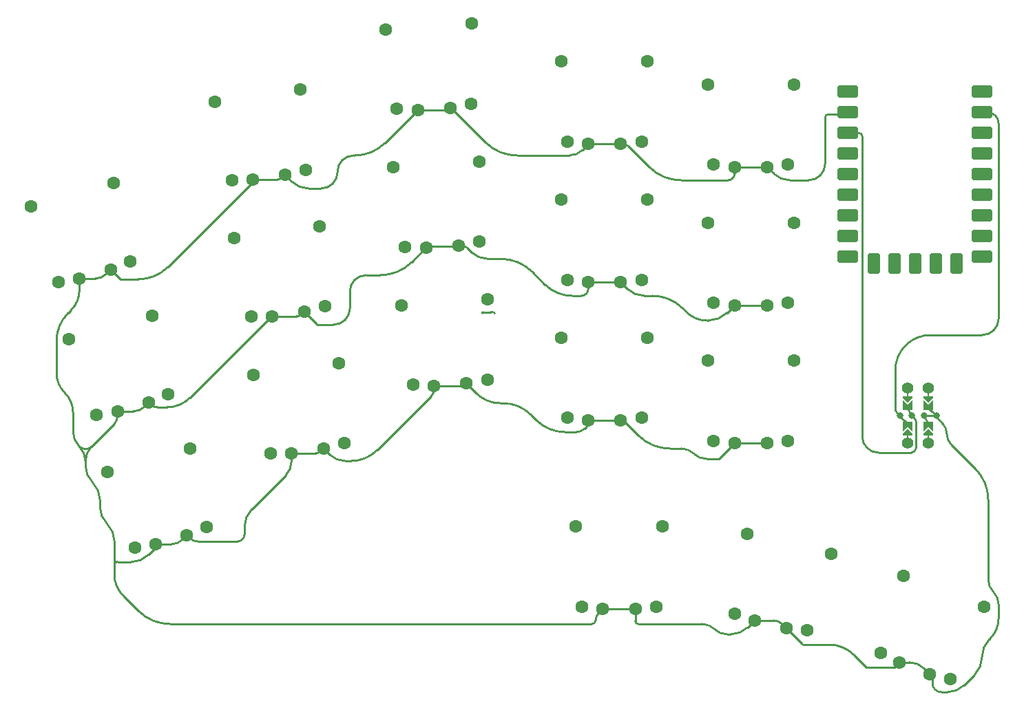
<source format=gbr>
%TF.GenerationSoftware,KiCad,Pcbnew,7.0.10*%
%TF.CreationDate,2024-01-08T12:38:43-05:00*%
%TF.ProjectId,mini,6d696e69-2e6b-4696-9361-645f70636258,2*%
%TF.SameCoordinates,Original*%
%TF.FileFunction,Copper,L2,Bot*%
%TF.FilePolarity,Positive*%
%FSLAX46Y46*%
G04 Gerber Fmt 4.6, Leading zero omitted, Abs format (unit mm)*
G04 Created by KiCad (PCBNEW 7.0.10) date 2024-01-08 12:38:43*
%MOMM*%
%LPD*%
G01*
G04 APERTURE LIST*
G04 Aperture macros list*
%AMRoundRect*
0 Rectangle with rounded corners*
0 $1 Rounding radius*
0 $2 $3 $4 $5 $6 $7 $8 $9 X,Y pos of 4 corners*
0 Add a 4 corners polygon primitive as box body*
4,1,4,$2,$3,$4,$5,$6,$7,$8,$9,$2,$3,0*
0 Add four circle primitives for the rounded corners*
1,1,$1+$1,$2,$3*
1,1,$1+$1,$4,$5*
1,1,$1+$1,$6,$7*
1,1,$1+$1,$8,$9*
0 Add four rect primitives between the rounded corners*
20,1,$1+$1,$2,$3,$4,$5,0*
20,1,$1+$1,$4,$5,$6,$7,0*
20,1,$1+$1,$6,$7,$8,$9,0*
20,1,$1+$1,$8,$9,$2,$3,0*%
%AMFreePoly0*
4,1,5,0.125000,-0.500000,-0.125000,-0.500000,-0.125000,0.500000,0.125000,0.500000,0.125000,-0.500000,0.125000,-0.500000,$1*%
%AMFreePoly1*
4,1,6,0.600000,-0.200000,0.600000,-0.400000,-0.600000,-0.400000,-0.600000,-0.200000,0.000000,0.400000,0.600000,-0.200000,0.600000,-0.200000,$1*%
%AMFreePoly2*
4,1,33,1.058100,1.100668,1.100762,1.044626,1.106353,0.974415,1.073098,0.912327,0.089098,-0.087673,0.063892,-0.106860,0.062500,-0.108253,0.061826,-0.108433,0.060789,-0.109224,0.048591,-0.111979,0.000000,-0.125000,-0.004126,-0.123894,-0.007912,-0.124750,-0.027410,-0.117655,-0.062500,-0.108253,-0.067789,-0.102963,-0.074101,-0.100668,-0.086901,-0.083851,-0.108253,-0.062500,-0.111021,-0.052167,
-0.116763,-0.044626,-0.118336,-0.024869,-0.125000,0.000000,-0.121389,0.013475,-0.122354,0.025585,-0.113931,0.041308,-0.108253,0.062500,-0.096037,0.074715,-0.089098,0.087673,0.894901,1.087672,0.923211,1.109223,0.991911,1.124750,1.058100,1.100668,1.058100,1.100668,$1*%
%AMFreePoly3*
4,1,6,0.600000,-1.000000,0.000000,-0.400000,-0.600000,-1.000000,-0.600000,0.250000,0.600000,0.250000,0.600000,-1.000000,0.600000,-1.000000,$1*%
%AMFreePoly4*
4,1,31,1.031138,0.615772,1.086246,0.571908,1.108891,0.505215,1.091884,0.436865,1.040625,0.388561,0.056625,-0.111439,0.022935,-0.122878,0.012042,-0.121773,0.000000,-0.125000,-0.026712,-0.117842,-0.047138,-0.115772,-0.053580,-0.110642,-0.062500,-0.108253,-0.085581,-0.085171,-0.102246,-0.071908,-0.103993,-0.066759,-0.108253,-0.062500,-0.118782,-0.023203,-0.124891,-0.005215,-0.124270,-0.002722,
-0.125000,0.000000,-0.108253,0.062500,-0.107972,0.062780,-0.107885,0.063135,-0.103271,0.067481,-0.062500,0.108253,-0.059013,0.109187,-0.056625,0.111439,0.927374,0.611438,0.961064,0.622878,1.031138,0.615772,1.031138,0.615772,$1*%
G04 Aperture macros list end*
%TA.AperFunction,ComponentPad*%
%ADD10C,1.600000*%
%TD*%
%TA.AperFunction,ComponentPad*%
%ADD11C,1.400000*%
%TD*%
%TA.AperFunction,SMDPad,CuDef*%
%ADD12FreePoly0,180.000000*%
%TD*%
%TA.AperFunction,SMDPad,CuDef*%
%ADD13FreePoly1,180.000000*%
%TD*%
%TA.AperFunction,SMDPad,CuDef*%
%ADD14FreePoly1,0.000000*%
%TD*%
%TA.AperFunction,SMDPad,CuDef*%
%ADD15FreePoly0,0.000000*%
%TD*%
%TA.AperFunction,SMDPad,CuDef*%
%ADD16FreePoly2,270.000000*%
%TD*%
%TA.AperFunction,SMDPad,CuDef*%
%ADD17FreePoly3,180.000000*%
%TD*%
%TA.AperFunction,ComponentPad*%
%ADD18C,0.800000*%
%TD*%
%TA.AperFunction,SMDPad,CuDef*%
%ADD19FreePoly4,90.000000*%
%TD*%
%TA.AperFunction,SMDPad,CuDef*%
%ADD20FreePoly3,0.000000*%
%TD*%
%TA.AperFunction,SMDPad,CuDef*%
%ADD21FreePoly4,270.000000*%
%TD*%
%TA.AperFunction,SMDPad,CuDef*%
%ADD22FreePoly2,90.000000*%
%TD*%
%TA.AperFunction,ComponentPad*%
%ADD23RoundRect,0.400000X-0.900000X-0.400000X0.900000X-0.400000X0.900000X0.400000X-0.900000X0.400000X0*%
%TD*%
%TA.AperFunction,ComponentPad*%
%ADD24RoundRect,0.400050X-0.899950X-0.400050X0.899950X-0.400050X0.899950X0.400050X-0.899950X0.400050X0*%
%TD*%
%TA.AperFunction,ComponentPad*%
%ADD25RoundRect,0.400000X-0.400000X-0.900000X0.400000X-0.900000X0.400000X0.900000X-0.400000X0.900000X0*%
%TD*%
%TA.AperFunction,ComponentPad*%
%ADD26RoundRect,0.393700X-0.393700X-0.906300X0.393700X-0.906300X0.393700X0.906300X-0.393700X0.906300X0*%
%TD*%
%TA.AperFunction,Conductor*%
%ADD27C,0.250000*%
%TD*%
G04 APERTURE END LIST*
D10*
%TO.P,S8,1*%
%TO.N,GP12*%
X130209355Y-69165157D03*
X139347041Y-68526188D03*
%TO.P,S8,2*%
%TO.N,GND*%
X132803997Y-69284455D03*
X136794253Y-69005429D03*
%TO.P,S8,3*%
%TO.N,N/C*%
X139378186Y-58649957D03*
%TO.P,S8,4*%
X128804007Y-59389376D03*
%TD*%
D11*
%TO.P,AdamTech-MDJ004FS1,*%
%TO.N,*%
X194546574Y-86533756D03*
X192046574Y-86533756D03*
D12*
X194546574Y-87425756D03*
X192046574Y-87425756D03*
D13*
X194546574Y-87933756D03*
X192046574Y-87933756D03*
D14*
X192054574Y-91925756D03*
X194546574Y-91933756D03*
D15*
X192054574Y-92433756D03*
X194546574Y-92441756D03*
D11*
X194546574Y-93333756D03*
X192046574Y-93333756D03*
D16*
%TO.P,AdamTech-MDJ004FS1,3*%
%TO.N,GND*%
X194546574Y-88949756D03*
D17*
%TO.N,N/C*%
X194546574Y-88949756D03*
D18*
%TO.N,GND*%
X195546574Y-89933756D03*
%TO.P,AdamTech-MDJ004FS1,5*%
X194046574Y-89933756D03*
D19*
X194546574Y-90917756D03*
D20*
%TO.N,N/C*%
X194546574Y-90917756D03*
D21*
%TO.P,AdamTech-MDJ004FS1,6*%
%TO.N,P3V3*%
X192046574Y-88949756D03*
D17*
%TO.N,N/C*%
X192046574Y-88949756D03*
D18*
%TO.N,P3V3*%
X192546574Y-89933756D03*
%TO.P,AdamTech-MDJ004FS1,8*%
%TO.N,GP1*%
X191046574Y-89933756D03*
D22*
X192054574Y-90909756D03*
D20*
%TO.N,N/C*%
X192054574Y-90909756D03*
%TD*%
D10*
%TO.P,S17,1*%
%TO.N,GP6*%
X170736709Y-114272768D03*
X179661939Y-116333319D03*
%TO.P,S17,2*%
%TO.N,GND*%
X173183098Y-115145452D03*
X177080578Y-116045256D03*
%TO.P,S17,3*%
%TO.N,N/C*%
X182579253Y-106897739D03*
%TO.P,S17,4*%
X172250930Y-104513258D03*
%TD*%
%TO.P,S7,1*%
%TO.N,GP5*%
X131195702Y-86137698D03*
X140333388Y-85498729D03*
%TO.P,S7,2*%
%TO.N,GND*%
X133790344Y-86256996D03*
X137780600Y-85977970D03*
%TO.P,S7,3*%
%TO.N,N/C*%
X140364533Y-75622498D03*
%TO.P,S7,4*%
X129790354Y-76361917D03*
%TD*%
%TO.P,S4,1*%
%TO.N,GP4*%
X113662503Y-94603448D03*
X122733359Y-93328622D03*
%TO.P,S4,2*%
%TO.N,GND*%
X116259147Y-94541462D03*
X120220219Y-93984769D03*
%TO.P,S4,3*%
%TO.N,N/C*%
X122075497Y-83474277D03*
%TO.P,S4,4*%
X111578655Y-84949512D03*
%TD*%
%TO.P,S14,1*%
%TO.N,GP14*%
X168166574Y-76033756D03*
X177326574Y-76033756D03*
%TO.P,S14,2*%
%TO.N,GND*%
X170746574Y-76333756D03*
X174746574Y-76333756D03*
%TO.P,S14,3*%
%TO.N,N/C*%
X178046574Y-66183756D03*
%TO.P,S14,4*%
X167446574Y-66183756D03*
%TD*%
%TO.P,S11,1*%
%TO.N,GP13*%
X150166574Y-73200423D03*
X159326574Y-73200423D03*
%TO.P,S11,2*%
%TO.N,GND*%
X152746574Y-73500423D03*
X156746574Y-73500423D03*
%TO.P,S11,3*%
%TO.N,N/C*%
X160046574Y-63350423D03*
%TO.P,S11,4*%
X149446574Y-63350423D03*
%TD*%
%TO.P,S3,1*%
%TO.N,GP15*%
X87631502Y-73481956D03*
X96436659Y-70957118D03*
%TO.P,S3,2*%
%TO.N,GND*%
X90194248Y-73059190D03*
X94039295Y-71956640D03*
%TO.P,S3,3*%
%TO.N,N/C*%
X94413740Y-61290231D03*
%TO.P,S3,4*%
X84224366Y-64211987D03*
%TD*%
%TO.P,S2,1*%
%TO.N,GP10*%
X92317337Y-89823405D03*
X101122494Y-87298567D03*
%TO.P,S2,2*%
%TO.N,GND*%
X94880083Y-89400639D03*
X98725130Y-88298089D03*
%TO.P,S2,3*%
%TO.N,N/C*%
X99099575Y-77631680D03*
%TO.P,S2,4*%
X88910201Y-80553436D03*
%TD*%
%TO.P,S10,1*%
%TO.N,GP8*%
X150166574Y-90200423D03*
X159326574Y-90200423D03*
%TO.P,S10,2*%
%TO.N,GND*%
X152746574Y-90500423D03*
X156746574Y-90500423D03*
%TO.P,S10,3*%
%TO.N,N/C*%
X160046574Y-80350423D03*
%TO.P,S10,4*%
X149446574Y-80350423D03*
%TD*%
%TO.P,S13,1*%
%TO.N,GP9*%
X168166574Y-93033756D03*
X177326574Y-93033756D03*
%TO.P,S13,2*%
%TO.N,GND*%
X170746574Y-93333756D03*
X174746574Y-93333756D03*
%TO.P,S13,3*%
%TO.N,N/C*%
X178046574Y-83183756D03*
%TO.P,S13,4*%
X167446574Y-83183756D03*
%TD*%
D23*
%TO.P,RP2040Zero1,1*%
%TO.N,GP0*%
X201126574Y-50073756D03*
X201126574Y-50073756D03*
%TO.P,RP2040Zero1,2*%
%TO.N,GP1*%
X201126574Y-52613756D03*
X201126574Y-52613756D03*
%TO.P,RP2040Zero1,3*%
%TO.N,GP2*%
X201126574Y-55153756D03*
X201126574Y-55153756D03*
%TO.P,RP2040Zero1,4*%
%TO.N,GP3*%
X201126574Y-57693756D03*
X201126574Y-57693756D03*
%TO.P,RP2040Zero1,5*%
%TO.N,GP4*%
X201126574Y-60233756D03*
X201126574Y-60233756D03*
D24*
%TO.P,RP2040Zero1,6*%
%TO.N,GP5*%
X201126574Y-62773756D03*
X201126574Y-62773756D03*
%TO.P,RP2040Zero1,7*%
%TO.N,GP6*%
X201126574Y-65313756D03*
X201126574Y-65313756D03*
%TO.P,RP2040Zero1,8*%
%TO.N,GP7*%
X201126574Y-67853756D03*
X201126574Y-67853756D03*
%TO.P,RP2040Zero1,9*%
%TO.N,GP8*%
X201126574Y-70393756D03*
X201126574Y-70393756D03*
D25*
%TO.P,RP2040Zero1,10*%
%TO.N,GP9*%
X197986574Y-71203756D03*
X197986574Y-71203756D03*
D26*
%TO.P,RP2040Zero1,11*%
%TO.N,GP10*%
X195446574Y-71203756D03*
X195446574Y-71203756D03*
%TO.P,RP2040Zero1,12*%
%TO.N,GP11*%
X192906574Y-71203756D03*
X192906574Y-71203756D03*
%TO.P,RP2040Zero1,13*%
%TO.N,GP12*%
X190366574Y-71203756D03*
X190366574Y-71203756D03*
%TO.P,RP2040Zero1,14*%
%TO.N,GP13*%
X187826574Y-71203756D03*
X187826574Y-71203756D03*
D24*
%TO.P,RP2040Zero1,15*%
%TO.N,GP14*%
X184686574Y-70393756D03*
X184686574Y-70393756D03*
%TO.P,RP2040Zero1,16*%
%TO.N,GP15*%
X184686574Y-67853756D03*
X184686574Y-67853756D03*
%TO.P,RP2040Zero1,17*%
%TO.N,GP26*%
X184686574Y-65313756D03*
X184686574Y-65313756D03*
%TO.P,RP2040Zero1,18*%
%TO.N,GP27*%
X184686574Y-62773756D03*
X184686574Y-62773756D03*
%TO.P,RP2040Zero1,19*%
%TO.N,P5V*%
X184686574Y-50073756D03*
X184686574Y-50073756D03*
%TO.P,RP2040Zero1,20*%
%TO.N,GND*%
X184686574Y-52613756D03*
X184686574Y-52613756D03*
%TO.P,RP2040Zero1,21*%
%TO.N,P3V3*%
X184686574Y-55153756D03*
X184686574Y-55153756D03*
%TO.P,RP2040Zero1,22*%
%TO.N,GP28*%
X184686574Y-60233756D03*
X184686574Y-60233756D03*
%TO.P,RP2040Zero1,23*%
%TO.N,GP29*%
X184686574Y-57693756D03*
X184686574Y-57693756D03*
%TD*%
D10*
%TO.P,S16,1*%
%TO.N,GP7*%
X151966574Y-113433756D03*
X161126574Y-113433756D03*
%TO.P,S16,2*%
%TO.N,GND*%
X154546574Y-113733756D03*
X158546574Y-113733756D03*
%TO.P,S16,3*%
%TO.N,N/C*%
X161846574Y-103583756D03*
%TO.P,S16,4*%
X151246574Y-103583756D03*
%TD*%
%TO.P,S9,1*%
%TO.N,GP27*%
X129223007Y-52192617D03*
X138360693Y-51553648D03*
%TO.P,S9,2*%
%TO.N,GND*%
X131817649Y-52311915D03*
X135807905Y-52032889D03*
%TO.P,S9,3*%
%TO.N,N/C*%
X138391838Y-41677417D03*
%TO.P,S9,4*%
X127817659Y-42416836D03*
%TD*%
%TO.P,S18,1*%
%TO.N,GP2*%
X188682114Y-119091064D03*
X197233711Y-122373714D03*
%TO.P,S18,2*%
%TO.N,GND*%
X190983241Y-120295727D03*
X194717563Y-121729199D03*
%TO.P,S18,3*%
%TO.N,N/C*%
X201435813Y-113435972D03*
%TO.P,S18,4*%
X191539860Y-109637272D03*
%TD*%
%TO.P,S15,1*%
%TO.N,GP29*%
X168166574Y-59033756D03*
X177326574Y-59033756D03*
%TO.P,S15,2*%
%TO.N,GND*%
X170746574Y-59333756D03*
X174746574Y-59333756D03*
%TO.P,S15,3*%
%TO.N,N/C*%
X178046574Y-49183756D03*
%TO.P,S15,4*%
X167446574Y-49183756D03*
%TD*%
%TO.P,S1,1*%
%TO.N,GP3*%
X97003172Y-106164854D03*
X105808329Y-103640016D03*
%TO.P,S1,2*%
%TO.N,GND*%
X99565918Y-105742088D03*
X103410965Y-104639538D03*
%TO.P,S1,3*%
%TO.N,N/C*%
X103785410Y-93973129D03*
%TO.P,S1,4*%
X93596036Y-96894885D03*
%TD*%
%TO.P,S5,1*%
%TO.N,GP11*%
X111296560Y-77768891D03*
X120367416Y-76494065D03*
%TO.P,S5,2*%
%TO.N,GND*%
X113893204Y-77706905D03*
X117854276Y-77150212D03*
%TO.P,S5,3*%
%TO.N,N/C*%
X119709554Y-66639720D03*
%TO.P,S5,4*%
X109212712Y-68114955D03*
%TD*%
%TO.P,S12,1*%
%TO.N,GP28*%
X150166574Y-56200423D03*
X159326574Y-56200423D03*
%TO.P,S12,2*%
%TO.N,GND*%
X152746574Y-56500423D03*
X156746574Y-56500423D03*
%TO.P,S12,3*%
%TO.N,N/C*%
X160046574Y-46350423D03*
%TO.P,S12,4*%
X149446574Y-46350423D03*
%TD*%
%TO.P,S6,1*%
%TO.N,GP26*%
X108930617Y-60934333D03*
X118001473Y-59659507D03*
%TO.P,S6,2*%
%TO.N,GND*%
X111527261Y-60872347D03*
X115488333Y-60315654D03*
%TO.P,S6,3*%
%TO.N,N/C*%
X117343611Y-49805162D03*
%TO.P,S6,4*%
X106846769Y-51280397D03*
%TD*%
D27*
%TO.N,*%
X140809442Y-77189502D02*
X139830246Y-77189502D01*
X141120089Y-77232294D02*
X141182611Y-77286644D01*
X139728449Y-77231668D02*
X139686283Y-77273834D01*
X140809442Y-77189502D02*
G75*
G03*
X140974926Y-77183721I-42J2372802D01*
G01*
X139830246Y-77189546D02*
G75*
G03*
X139728450Y-77231669I-46J-143954D01*
G01*
X141120094Y-77232288D02*
G75*
G03*
X140974926Y-77183723I-131194J-150912D01*
G01*
%TO.N,GND*%
X136653295Y-69088000D02*
X133139366Y-69088000D01*
X116259147Y-94541462D02*
X116259147Y-95567157D01*
X181864000Y-53265605D02*
X181864000Y-58960001D01*
X200269974Y-121802025D02*
X198973124Y-123098875D01*
X109622789Y-105410000D02*
X104726225Y-105410000D01*
X113935258Y-77706905D02*
X113851149Y-77706905D01*
X160289282Y-59366207D02*
X157662826Y-56739751D01*
X111413985Y-61306014D02*
X101089218Y-71630781D01*
X90932000Y-96024764D02*
X90932000Y-95565630D01*
X150780699Y-75184000D02*
X151904785Y-75184000D01*
X170746574Y-93333756D02*
X174746574Y-93333756D01*
X89408000Y-89574840D02*
X89408000Y-91886369D01*
X113779357Y-77736642D02*
X103778822Y-87737177D01*
X89182179Y-76933820D02*
X88785124Y-77330876D01*
X101528794Y-105742088D02*
X99781915Y-105742088D01*
X137920113Y-86117483D02*
X138987615Y-87184985D01*
X175544516Y-115145452D02*
X173183098Y-115145452D01*
X115533870Y-97318129D02*
X111388025Y-101463974D01*
X135331577Y-52311915D02*
X131817649Y-52311915D01*
X185420000Y-119380000D02*
X186944000Y-120904000D01*
X176630676Y-115595354D02*
X177080578Y-116045256D01*
X156897498Y-90500423D02*
X156595649Y-90500423D01*
X94488000Y-107569000D02*
X94488000Y-105397235D01*
X94880083Y-89970278D02*
X94880083Y-89400639D01*
X164201974Y-93980000D02*
X162781963Y-93980000D01*
X95565630Y-112075630D02*
X97466207Y-113976207D01*
X179864001Y-60960000D02*
X177522746Y-60960000D01*
X152746574Y-74342211D02*
X152746574Y-73500423D01*
X111687457Y-60872347D02*
X114537998Y-60872347D01*
X94488000Y-108331000D02*
X94488000Y-107569000D01*
X125443998Y-72644000D02*
X127190488Y-72644000D01*
X90194248Y-73059190D02*
X92157124Y-73059190D01*
X98173854Y-88849363D02*
X98424174Y-88599044D01*
X121920000Y-59911998D02*
X121920000Y-59976001D01*
X172335824Y-115992726D02*
X173183098Y-115145452D01*
X132705769Y-69382682D02*
X131038244Y-71050207D01*
X102859690Y-105190813D02*
X103025734Y-105024769D01*
X200336207Y-96450207D02*
X197388815Y-93502815D01*
X203200000Y-113166025D02*
X203200000Y-114895159D01*
X90194248Y-74490471D02*
X90194248Y-73059190D01*
X110490000Y-104542789D02*
X110490000Y-103632000D01*
X157085036Y-56500423D02*
X156408112Y-56500423D01*
X186944000Y-120904000D02*
X190374968Y-120904000D01*
X194540344Y-121551980D02*
X194894781Y-121906417D01*
X95631000Y-107950000D02*
X96534236Y-107950000D01*
X170290323Y-116840000D02*
X169808025Y-116840000D01*
X151287724Y-91948000D02*
X149860000Y-91948000D01*
X158934207Y-92386207D02*
X157155142Y-90607142D01*
X145713567Y-89833567D02*
X146391159Y-90511159D01*
X152319286Y-91520712D02*
X152536915Y-91303084D01*
X196311184Y-90901184D02*
X195618280Y-90208280D01*
X185177452Y-52722878D02*
X185286574Y-52613756D01*
X192270473Y-120295727D02*
X190983241Y-120295727D01*
X156595649Y-90500423D02*
X153043075Y-90500423D01*
X120498565Y-94263115D02*
X120979834Y-94744384D01*
X158546574Y-113733756D02*
X158546574Y-115222730D01*
X123444000Y-74643998D02*
X123444000Y-76740001D01*
X156408112Y-56500423D02*
X152771075Y-56500423D01*
X123919998Y-57912000D02*
X124068782Y-57912000D01*
X115766679Y-60594000D02*
X116318506Y-61145827D01*
X98677958Y-107062040D02*
X99413185Y-106326814D01*
X195072000Y-122867987D02*
X195072000Y-122334260D01*
X137865151Y-69285151D02*
X138403302Y-69823302D01*
X119357349Y-78653285D02*
X118132622Y-77428558D01*
X201930000Y-100297963D02*
X201930000Y-110099974D01*
X113935258Y-77706905D02*
X116903941Y-77706905D01*
X94477287Y-90942712D02*
X91694000Y-93726000D01*
X158546574Y-113733756D02*
X155166405Y-113733756D01*
X164338000Y-76708000D02*
X164806172Y-77176172D01*
X190374968Y-120904000D02*
X190983241Y-120295727D01*
X195445165Y-89933756D02*
X194046574Y-89933756D01*
X157588362Y-74342211D02*
X156746574Y-73500423D01*
X132902224Y-69186227D02*
X132705769Y-69382682D01*
X137189841Y-69005429D02*
X136852639Y-69005429D01*
X91694000Y-93726000D02*
X93345000Y-92075000D01*
X194000827Y-121012463D02*
X194540344Y-121551980D01*
X154108286Y-114172042D02*
X154009294Y-114271035D01*
X177080578Y-116045256D02*
X179043369Y-118008047D01*
X95631000Y-107950000D02*
X94869000Y-107950000D01*
X170746574Y-59333756D02*
X174746574Y-59333756D01*
X94488000Y-109474000D02*
X94488000Y-108331000D01*
X168938167Y-95142162D02*
X170746574Y-93333756D01*
X142018036Y-70641176D02*
X140377823Y-70641176D01*
X156746574Y-73500423D02*
X152746574Y-73500423D01*
X92710000Y-101104764D02*
X92710000Y-100317235D01*
X179107661Y-118110000D02*
X182353948Y-118110000D01*
X96842959Y-89400639D02*
X94880083Y-89400639D01*
X119269884Y-94541462D02*
X116259147Y-94541462D01*
X118322720Y-61976000D02*
X119920001Y-61976000D01*
X121444001Y-78740000D02*
X119412032Y-78740000D01*
X135668391Y-52172401D02*
X135792000Y-52048793D01*
X99752656Y-88900000D02*
X100971520Y-88900000D01*
X170746574Y-76333756D02*
X174746574Y-76333756D01*
X143985963Y-57912000D02*
X150420514Y-57912000D01*
X140138207Y-56318207D02*
X135868793Y-52048793D01*
X97416672Y-73152000D02*
X95276195Y-73152000D01*
X152729248Y-56566751D02*
X152065287Y-57230713D01*
X166741974Y-115570000D02*
X158893843Y-115570000D01*
X160658738Y-75184000D02*
X159620619Y-75184000D01*
X164137038Y-60960000D02*
X169933452Y-60960000D01*
X174746574Y-59333756D02*
X175559696Y-60146878D01*
X95242327Y-73159672D02*
X94590570Y-72507915D01*
X170746574Y-76333756D02*
X169797452Y-77282878D01*
X134256674Y-86256996D02*
X137304272Y-86256996D01*
X123607725Y-95504000D02*
X122813708Y-95504000D01*
X147424740Y-73793916D02*
X145865792Y-72234968D01*
X142233315Y-88392000D02*
X141901606Y-88392000D01*
X87376000Y-84669159D02*
X87376000Y-80732802D01*
X126797069Y-94182929D02*
X133460598Y-87519401D01*
X167268025Y-95250000D02*
X168870165Y-95250000D01*
X167506068Y-78232000D02*
X167355165Y-78232000D01*
X196156012Y-123952000D02*
X196913500Y-123952000D01*
X170746574Y-59333756D02*
X170746574Y-60146878D01*
X182297605Y-52832000D02*
X184914008Y-52832000D01*
X131817649Y-52311915D02*
X127736982Y-56392581D01*
X153190165Y-115570000D02*
X101313963Y-115570000D01*
X202183999Y-117347999D02*
X202066025Y-117465974D01*
X96842959Y-89400618D02*
G75*
G03*
X98173854Y-88849363I41J1882118D01*
G01*
X140138215Y-56318199D02*
G75*
G03*
X143985963Y-57912000I3847785J3847799D01*
G01*
X164806193Y-77176151D02*
G75*
G03*
X167355165Y-78232000I2549007J2548951D01*
G01*
X147424729Y-73793927D02*
G75*
G03*
X150780699Y-75184000I3355971J3356027D01*
G01*
X165735008Y-94614992D02*
G75*
G03*
X164201974Y-93980000I-1533008J-1533008D01*
G01*
X115766679Y-60594000D02*
G75*
G03*
X115209986Y-60594000I-278346J-278346D01*
G01*
X158546540Y-115222730D02*
G75*
G03*
X158648287Y-115468287I347260J30D01*
G01*
X176630665Y-115595365D02*
G75*
G03*
X175544516Y-115145452I-1086165J-1086135D01*
G01*
X136852639Y-69005461D02*
G75*
G03*
X136752968Y-69046715I-39J-140939D01*
G01*
X125443998Y-72644000D02*
G75*
G03*
X123444000Y-74643998I2J-2000000D01*
G01*
X120498565Y-94263115D02*
G75*
G03*
X119941872Y-94263115I-278346J-278346D01*
G01*
X94487985Y-105397235D02*
G75*
G03*
X93599000Y-103251000I-3035185J35D01*
G01*
X111413967Y-61305996D02*
G75*
G03*
X111527261Y-61032543I-273467J273496D01*
G01*
X89407983Y-89574840D02*
G75*
G03*
X88392000Y-87122000I-3468783J40D01*
G01*
X168870165Y-95250000D02*
G75*
G03*
X168910000Y-95210165I35J39800D01*
G01*
X182297605Y-52832003D02*
G75*
G03*
X181991001Y-52959001I-5J-433597D01*
G01*
X90932015Y-96024764D02*
G75*
G03*
X91821000Y-98171000I3035185J-36D01*
G01*
X123607725Y-95504020D02*
G75*
G03*
X126797069Y-94182929I-25J4510420D01*
G01*
X113851149Y-77706930D02*
G75*
G03*
X113779357Y-77736642I-49J-101470D01*
G01*
X95242328Y-73159671D02*
G75*
G03*
X95257672Y-73159672I7672J7672D01*
G01*
X92709985Y-100317235D02*
G75*
G03*
X91821000Y-98171000I-3035185J35D01*
G01*
X90170001Y-93725999D02*
G75*
G03*
X91693999Y-93725999I761999J762002D01*
G01*
X119380032Y-78707968D02*
G75*
G03*
X119357349Y-78653285I-77332J-32D01*
G01*
X89182200Y-76933841D02*
G75*
G03*
X90194248Y-74490471I-2443400J2443341D01*
G01*
X157588362Y-74342211D02*
G75*
G03*
X159620619Y-75184000I2032238J2032211D01*
G01*
X152729241Y-56566744D02*
G75*
G03*
X152746574Y-56524924I-41841J41844D01*
G01*
X196850009Y-92202000D02*
G75*
G03*
X196311184Y-90901184I-1839609J0D01*
G01*
X169933452Y-60959974D02*
G75*
G03*
X170746574Y-60146878I48J813074D01*
G01*
X158934215Y-92386199D02*
G75*
G03*
X162781963Y-93980000I3847785J3847799D01*
G01*
X90931987Y-95565630D02*
G75*
G03*
X90170000Y-93726000I-2601587J30D01*
G01*
X185419986Y-119380014D02*
G75*
G03*
X182353948Y-118110000I-3066086J-3066086D01*
G01*
X103796175Y-105024790D02*
G75*
G03*
X104726225Y-105410000I930025J930090D01*
G01*
X195072006Y-122867987D02*
G75*
G03*
X195389500Y-123634500I1083994J-13D01*
G01*
X110236003Y-105156003D02*
G75*
G03*
X110490000Y-104542789I-613203J613203D01*
G01*
X179864001Y-60960000D02*
G75*
G03*
X181864000Y-58960001I-1J2000000D01*
G01*
X94488012Y-109474000D02*
G75*
G03*
X95565631Y-112075629I3679288J0D01*
G01*
X118132622Y-77428558D02*
G75*
G03*
X117575929Y-77428558I-278346J-278346D01*
G01*
X196849991Y-92202000D02*
G75*
G03*
X197388815Y-93502815I1839609J0D01*
G01*
X196913500Y-123952013D02*
G75*
G03*
X198973124Y-123098875I0J2912713D01*
G01*
X155166405Y-113733770D02*
G75*
G03*
X154108286Y-114172042I-5J-1496430D01*
G01*
X138987613Y-87184987D02*
G75*
G03*
X141901606Y-88392000I2913987J2913987D01*
G01*
X152771075Y-56500374D02*
G75*
G03*
X152746574Y-56524924I25J-24526D01*
G01*
X127190488Y-72643976D02*
G75*
G03*
X131038244Y-71050207I12J5441576D01*
G01*
X165734992Y-94615008D02*
G75*
G03*
X167268025Y-95250000I1533008J1533008D01*
G01*
X200269985Y-121802036D02*
G75*
G03*
X201168000Y-119634000I-2168085J2168036D01*
G01*
X150420514Y-57911998D02*
G75*
G03*
X152065287Y-57230713I-14J2326098D01*
G01*
X95276195Y-73151998D02*
G75*
G03*
X95257672Y-73159672I5J-26202D01*
G01*
X97416672Y-73151969D02*
G75*
G03*
X101089218Y-71630781I28J5193769D01*
G01*
X175559667Y-60146907D02*
G75*
G03*
X177522746Y-60960000I1963033J1963107D01*
G01*
X133460590Y-87519393D02*
G75*
G03*
X133790344Y-86723326I-796090J796093D01*
G01*
X137865138Y-69285164D02*
G75*
G03*
X137189841Y-69005429I-675338J-675336D01*
G01*
X195389496Y-123634504D02*
G75*
G03*
X196156012Y-123952000I766504J766504D01*
G01*
X92157124Y-73059201D02*
G75*
G03*
X93488020Y-72507915I-24J1882201D01*
G01*
X195546644Y-90035165D02*
G75*
G03*
X195445165Y-89933756I-101444J-35D01*
G01*
X134256674Y-86256944D02*
G75*
G03*
X133790344Y-86723326I26J-466356D01*
G01*
X99026112Y-88599017D02*
G75*
G03*
X99752656Y-88900000I726588J726517D01*
G01*
X135830397Y-52032890D02*
G75*
G03*
X135792001Y-52048794I3J-54310D01*
G01*
X136653295Y-69087983D02*
G75*
G03*
X136752967Y-69046714I5J140983D01*
G01*
X115533892Y-97318151D02*
G75*
G03*
X116259147Y-95567157I-1750992J1750951D01*
G01*
X137304272Y-86256985D02*
G75*
G03*
X137641086Y-86117482I28J476285D01*
G01*
X179069978Y-118072339D02*
G75*
G03*
X179043368Y-118008048I-90878J39D01*
G01*
X100971520Y-88900021D02*
G75*
G03*
X103778822Y-87737177I-20J3970121D01*
G01*
X202066036Y-117465985D02*
G75*
G03*
X201168000Y-119634000I2167964J-2168015D01*
G01*
X201930011Y-110099974D02*
G75*
G03*
X202565000Y-111633000I2167989J-26D01*
G01*
X123919998Y-57912000D02*
G75*
G03*
X121920000Y-59911998I2J-2000000D01*
G01*
X87376017Y-84669159D02*
G75*
G03*
X88392000Y-87122000I3468783J-41D01*
G01*
X97466215Y-113976199D02*
G75*
G03*
X101313963Y-115570000I3847785J3847799D01*
G01*
X158648259Y-115468315D02*
G75*
G03*
X158893843Y-115570000I245541J245615D01*
G01*
X153190165Y-115570000D02*
G75*
G03*
X153670000Y-115090165I35J479800D01*
G01*
X121444001Y-78740000D02*
G75*
G03*
X123444000Y-76740001I-1J2000000D01*
G01*
X91693991Y-93725991D02*
G75*
G03*
X90932000Y-95565630I1839609J-1839609D01*
G01*
X179070000Y-118072339D02*
G75*
G03*
X179107661Y-118110000I37700J39D01*
G01*
X160289252Y-59366237D02*
G75*
G03*
X164137038Y-60960000I3847748J3847837D01*
G01*
X116318493Y-61145840D02*
G75*
G03*
X118322720Y-61976000I2004207J2004240D01*
G01*
X152536915Y-91303084D02*
G75*
G03*
X152746574Y-90796924I-506215J506184D01*
G01*
X96534236Y-107950018D02*
G75*
G03*
X98677957Y-107062039I-36J3031718D01*
G01*
X181990998Y-52958998D02*
G75*
G03*
X181864000Y-53265605I306602J-306602D01*
G01*
X124068782Y-57911992D02*
G75*
G03*
X127736982Y-56392581I18J5187592D01*
G01*
X153043075Y-90500374D02*
G75*
G03*
X152746574Y-90796924I25J-296526D01*
G01*
X145713555Y-89833579D02*
G75*
G03*
X142233315Y-88392000I-3480255J-3480221D01*
G01*
X119380000Y-78707968D02*
G75*
G03*
X119412032Y-78740000I32000J-32D01*
G01*
X201930010Y-100297963D02*
G75*
G03*
X200336206Y-96450208I-5441610J-37D01*
G01*
X168938179Y-95142174D02*
G75*
G03*
X168910000Y-95210165I68021J-68026D01*
G01*
X194000837Y-121012453D02*
G75*
G03*
X192270473Y-120295727I-1730337J-1730347D01*
G01*
X103796195Y-105024770D02*
G75*
G03*
X103025735Y-105024770I-385230J-385230D01*
G01*
X195072016Y-122334260D02*
G75*
G03*
X194894781Y-121906417I-605116J-40D01*
G01*
X202184012Y-117348012D02*
G75*
G03*
X203200000Y-114895159I-2452812J2452812D01*
G01*
X146391155Y-90511163D02*
G75*
G03*
X149860000Y-91948000I3468845J3468863D01*
G01*
X94477309Y-90942734D02*
G75*
G03*
X94880083Y-89970278I-972509J972434D01*
G01*
X94590569Y-72507916D02*
G75*
G03*
X93488021Y-72507916I-551274J-551273D01*
G01*
X138403294Y-69823310D02*
G75*
G03*
X140377823Y-70641176I1974506J1974510D01*
G01*
X119920001Y-61976000D02*
G75*
G03*
X121920000Y-59976001I-1J2000000D01*
G01*
X157662799Y-56739778D02*
G75*
G03*
X157085036Y-56500423I-577799J-577722D01*
G01*
X203199989Y-113166025D02*
G75*
G03*
X202565000Y-111633000I-2167989J25D01*
G01*
X157155145Y-90607139D02*
G75*
G03*
X156897498Y-90500423I-257645J-257661D01*
G01*
X151287724Y-91948001D02*
G75*
G03*
X152319286Y-91520712I-24J1458901D01*
G01*
X135868797Y-52048789D02*
G75*
G03*
X135830397Y-52032889I-38397J-38411D01*
G01*
X114537998Y-60872341D02*
G75*
G03*
X115209986Y-60594000I2J950341D01*
G01*
X154009317Y-114271058D02*
G75*
G03*
X153670000Y-115090165I819083J-819142D01*
G01*
X101528794Y-105742078D02*
G75*
G03*
X102859689Y-105190812I6J1882178D01*
G01*
X89408013Y-91886369D02*
G75*
G03*
X90170000Y-93726000I2601587J-31D01*
G01*
X184914008Y-52831995D02*
G75*
G03*
X185177451Y-52722877I-8J372595D01*
G01*
X145865769Y-72234991D02*
G75*
G03*
X142018036Y-70641176I-3847769J-3847709D01*
G01*
X99781915Y-105742118D02*
G75*
G03*
X99565918Y-105958085I-15J-215982D01*
G01*
X109622789Y-105409995D02*
G75*
G03*
X110235999Y-105155999I11J867195D01*
G01*
X111388036Y-101463985D02*
G75*
G03*
X110490000Y-103632000I2167964J-2168015D01*
G01*
X137920113Y-86117483D02*
G75*
G03*
X137641087Y-86117483I-139513J-139510D01*
G01*
X133139366Y-69087985D02*
G75*
G03*
X132902224Y-69186227I34J-335415D01*
G01*
X99413204Y-106326833D02*
G75*
G03*
X99565918Y-105958085I-368804J368733D01*
G01*
X91694000Y-93726000D02*
X91694000Y-93726000D01*
X111687457Y-60872261D02*
G75*
G03*
X111527261Y-61032543I43J-160239D01*
G01*
X94488000Y-107569000D02*
G75*
G03*
X94869000Y-107950000I381000J0D01*
G01*
X170290323Y-116840009D02*
G75*
G03*
X172335824Y-115992726I-23J2892809D01*
G01*
X195546600Y-90035165D02*
G75*
G03*
X195618280Y-90208280I244800J-35D01*
G01*
X119269884Y-94541442D02*
G75*
G03*
X119941872Y-94263115I16J950342D01*
G01*
X168274992Y-116205008D02*
G75*
G03*
X169808025Y-116840000I1533008J1533008D01*
G01*
X164337989Y-76708011D02*
G75*
G03*
X160658738Y-75184000I-3679289J-3679289D01*
G01*
X99026085Y-88599044D02*
G75*
G03*
X98424174Y-88599044I-300955J-300955D01*
G01*
X120979828Y-94744390D02*
G75*
G03*
X122813708Y-95504000I1833872J1833890D01*
G01*
X88785133Y-77330885D02*
G75*
G03*
X87376000Y-80732802I3401867J-3401915D01*
G01*
X135331577Y-52311901D02*
G75*
G03*
X135668391Y-52172401I23J476301D01*
G01*
X168275008Y-116204992D02*
G75*
G03*
X166741974Y-115570000I-1533008J-1533008D01*
G01*
X116903941Y-77706942D02*
G75*
G03*
X117575929Y-77428558I-41J950342D01*
G01*
X94869000Y-107950000D02*
G75*
G03*
X94488000Y-108331000I0J-381000D01*
G01*
X151904785Y-75183974D02*
G75*
G03*
X152746574Y-74342211I15J841774D01*
G01*
X167506068Y-78231979D02*
G75*
G03*
X169797452Y-77282878I32J3240479D01*
G01*
X92710015Y-101104764D02*
G75*
G03*
X93599000Y-103251000I3035185J-36D01*
G01*
%TO.N,GP1*%
X203200000Y-53950469D02*
X203200000Y-78010001D01*
X190773287Y-89660469D02*
X191046574Y-89933756D01*
X190500000Y-89000695D02*
X190500000Y-84346051D01*
X201863287Y-52613756D02*
X200526574Y-52613756D01*
X194836051Y-80010000D02*
X201200001Y-80010000D01*
X203200044Y-53950469D02*
G75*
G03*
X201863287Y-52613756I-1336744J-31D01*
G01*
X201200001Y-80010000D02*
G75*
G03*
X203200000Y-78010001I-1J2000000D01*
G01*
X191769985Y-81279985D02*
G75*
G03*
X190500000Y-84346051I3066015J-3066015D01*
G01*
X190500015Y-89000695D02*
G75*
G03*
X190773287Y-89660469I933085J-5D01*
G01*
X194836051Y-80010022D02*
G75*
G03*
X191770001Y-81280001I-51J-4335978D01*
G01*
%TO.N,P3V3*%
X192809074Y-90196256D02*
X192546574Y-89933756D01*
X192442800Y-94488000D02*
X188435998Y-94488000D01*
X186063434Y-55153756D02*
X185286574Y-55153756D01*
X186436000Y-55526321D02*
X186436000Y-92488001D01*
X193071574Y-90829987D02*
X193071574Y-93859226D01*
X193071570Y-90829987D02*
G75*
G03*
X192809074Y-90196256I-896270J-13D01*
G01*
X192442800Y-94487974D02*
G75*
G03*
X193071574Y-93859226I0J628774D01*
G01*
X186436000Y-92488001D02*
G75*
G03*
X188435998Y-94488000I2000000J1D01*
G01*
X186326856Y-55262900D02*
G75*
G03*
X186063434Y-55153756I-263456J-263400D01*
G01*
X186435974Y-55526321D02*
G75*
G03*
X186326878Y-55262878I-372574J21D01*
G01*
%TD*%
M02*

</source>
